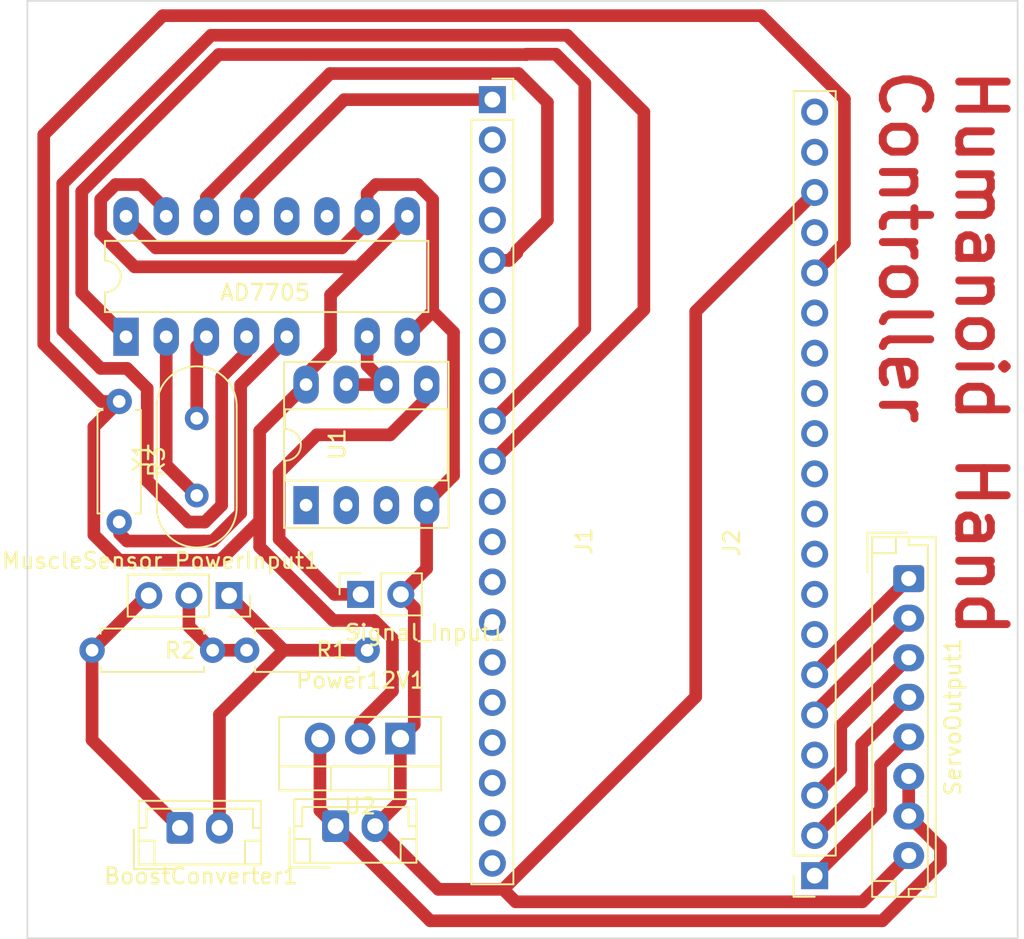
<source format=kicad_pcb>
(kicad_pcb (version 20221018) (generator pcbnew)
  (layers (0 "F.Cu" signal) (31 "B.Cu" signal) (34 "B.Paste" user) (35 "F.Paste" user) (36 "B.SilkS" user "B.Silkscreen") (37 "F.SilkS" user "F.Silkscreen") (38 "B.Mask" user) (39 "F.Mask" user) (44 "Edge.Cuts" user))
  (net 0 "")
  (net 1 "SCLK")
  (net 2 "Net-(AD7705-Pin_2)")
  (net 3 "Net-(AD7705-Pin_3)")
  (net 4 "CS")
  (net 5 "Net-(AD7705-Pin_5)")
  (net 6 "MuscleSensor_Signal_OpAmp")
  (net 7 "GND")
  (net 8 "+3.3V")
  (net 11 "MISO")
  (net 12 "MOSI")
  (net 13 "+24V")
  (net 14 "GNDA")
  (net 27 "Servo1")
  (net 28 "Servo2")
  (net 29 "Servo3")
  (net 30 "Servo4")
  (net 31 "Servo5")
  (net 44 "Net-(MuscleSensor_PowerInput1-Pin_2)")
  (net 45 "+12V")
  (net 46 "MuscleSensor_Signal")
  (footprint "Resistor_THT:R_Axial_DIN0207_L6.3mm_D2.5mm_P7.62mm_Horizontal" (layer "F.Cu") (at 108.3932 111.0742 180)
    (fp_text reference "R1" (at 2.2358 0) (layer "F.SilkS"))
    (fp_text value "10k")
    (fp_line (start 0.54 -1.37) (end 7.08 -1.37) (stroke (width 0.12)) (layer "F.SilkS"))
    (fp_line (start 0.54 -1.04) (end 0.54 -1.37) (stroke (width 0.12)) (layer "F.SilkS"))
    (fp_line (start 0.54 1.04) (end 0.54 1.37) (stroke (width 0.12)) (layer "F.SilkS"))
    (fp_line (start 0.54 1.37) (end 7.08 1.37) (stroke (width 0.12)) (layer "F.SilkS"))
    (fp_line (start 7.08 -1.37) (end 7.08 -1.04) (stroke (width 0.12)) (layer "F.SilkS"))
    (fp_line (start 7.08 1.37) (end 7.08 1.04) (stroke (width 0.12)) (layer "F.SilkS"))
    (pad "1" thru_hole circle (at 0 0 180) (size 1.6 1.6) (drill 0.8) (layers "*.Cu" "*.Mask") (net 14 "GNDA"))
    (pad "2" thru_hole oval (at 7.62 0 180) (size 1.6 1.6) (drill 0.8) (layers "*.Cu" "*.Mask") (net 44 "Net-(MuscleSensor_PowerInput1-Pin_2)"))
  )
  (footprint "Package_DIP:DIP-8_W7.62mm_Socket_LongPads" (layer "F.Cu") (at 104.5318 101.9048 90)
    (fp_text reference "U1" (at 3.8508 1.9712 90) (layer "F.SilkS"))
    (fp_text value "TL072")
    (fp_line (start -1.44 -1.39) (end -1.44 9.01) (stroke (width 0.12)) (layer "F.SilkS"))
    (fp_line (start -1.44 9.01) (end 9.06 9.01) (stroke (width 0.12)) (layer "F.SilkS"))
    (fp_line (start 1.56 -1.33) (end 1.56 8.95) (stroke (width 0.12)) (layer "F.SilkS"))
    (fp_line (start 1.56 8.95) (end 6.06 8.95) (stroke (width 0.12)) (layer "F.SilkS"))
    (fp_line (start 2.81 -1.33) (end 1.56 -1.33) (stroke (width 0.12)) (layer "F.SilkS"))
    (fp_line (start 6.06 -1.33) (end 4.81 -1.33) (stroke (width 0.12)) (layer "F.SilkS"))
    (fp_line (start 6.06 8.95) (end 6.06 -1.33) (stroke (width 0.12)) (layer "F.SilkS"))
    (fp_line (start 9.06 -1.39) (end -1.44 -1.39) (stroke (width 0.12)) (layer "F.SilkS"))
    (fp_line (start 9.06 9.01) (end 9.06 -1.39) (stroke (width 0.12)) (layer "F.SilkS"))
    (fp_arc (start 4.81 -1.33) (mid 3.81 -0.33) (end 2.81 -1.33) (stroke (width 0.12)) (layer "F.SilkS"))
    (pad "1" thru_hole rect (at 0 0 90) (size 2.4 1.6) (drill 0.8) (layers "*.Cu" "*.Mask"))
    (pad "2" thru_hole oval (at 0 2.54 90) (size 2.4 1.6) (drill 0.8) (layers "*.Cu" "*.Mask"))
    (pad "3" thru_hole oval (at 0 5.08 90) (size 2.4 1.6) (drill 0.8) (layers "*.Cu" "*.Mask"))
    (pad "4" thru_hole oval (at 0 7.62 90) (size 2.4 1.6) (drill 0.8) (layers "*.Cu" "*.Mask") (net 7 "GND"))
    (pad "5" thru_hole oval (at 7.62 7.62 90) (size 2.4 1.6) (drill 0.8) (layers "*.Cu" "*.Mask") (net 46 "MuscleSensor_Signal"))
    (pad "6" thru_hole oval (at 7.62 5.08 90) (size 2.4 1.6) (drill 0.8) (layers "*.Cu" "*.Mask") (net 6 "MuscleSensor_Signal_OpAmp"))
    (pad "7" thru_hole oval (at 7.62 2.54 90) (size 2.4 1.6) (drill 0.8) (layers "*.Cu" "*.Mask") (net 6 "MuscleSensor_Signal_OpAmp"))
    (pad "8" thru_hole oval (at 7.62 0 90) (size 2.4 1.6) (drill 0.8) (layers "*.Cu" "*.Mask") (net 8 "+3.3V"))
  )
  (footprint "Crystal:Crystal_HC49-4H_Vertical" (layer "F.Cu") (at 97.623 101.2952 90)
    (fp_text reference "Y1" (at 2.44 -3.525 90) (layer "F.SilkS"))
    (fp_text value "Crystal")
    (fp_line (start -0.76 -2.525) (end 5.64 -2.525) (stroke (width 0.12)) (layer "F.SilkS"))
    (fp_line (start -0.76 2.525) (end 5.64 2.525) (stroke (width 0.12)) (layer "F.SilkS"))
    (fp_arc (start -0.76 2.525) (mid -3.285 0) (end -0.76 -2.525) (stroke (width 0.12)) (layer "F.SilkS"))
    (fp_arc (start 5.64 -2.525) (mid 8.165 0) (end 5.64 2.525) (stroke (width 0.12)) (layer "F.SilkS"))
    (pad "1" thru_hole circle (at 0 0 90) (size 1.5 1.5) (drill 0.8) (layers "*.Cu" "*.Mask") (net 2 "Net-(AD7705-Pin_2)"))
    (pad "2" thru_hole circle (at 4.88 0 90) (size 1.5 1.5) (drill 0.8) (layers "*.Cu" "*.Mask") (net 3 "Net-(AD7705-Pin_3)"))
  )
  (footprint "Connector_PinSocket_2.54mm:PinSocket_1x03_P2.54mm_Vertical" (layer "F.Cu") (at 99.6696 107.6198 -90)
    (fp_text reference "MuscleSensor_PowerInput1" (at -2.2098 4.3326) (layer "F.SilkS"))
    (fp_text value "Conn_01x03")
    (fp_line (start -1.33 1.27) (end -1.33 6.41) (stroke (width 0.12)) (layer "F.SilkS"))
    (fp_line (start -1.33 1.27) (end 1.33 1.27) (stroke (width 0.12)) (layer "F.SilkS"))
    (fp_line (start -1.33 6.41) (end 1.33 6.41) (stroke (width 0.12)) (layer "F.SilkS"))
    (fp_line (start 0 -1.33) (end 1.33 -1.33) (stroke (width 0.12)) (layer "F.SilkS"))
    (fp_line (start 1.33 -1.33) (end 1.33 0) (stroke (width 0.12)) (layer "F.SilkS"))
    (fp_line (start 1.33 1.27) (end 1.33 6.41) (stroke (width 0.12)) (layer "F.SilkS"))
    (pad "1" thru_hole rect (at 0 0 270) (size 1.7 1.7) (drill 1) (layers "*.Cu" "*.Mask") (net 14 "GNDA"))
    (pad "2" thru_hole oval (at 0 2.54 270) (size 1.7 1.7) (drill 1) (layers "*.Cu" "*.Mask") (net 44 "Net-(MuscleSensor_PowerInput1-Pin_2)"))
    (pad "3" thru_hole oval (at 0 5.08 270) (size 1.7 1.7) (drill 1) (layers "*.Cu" "*.Mask") (net 13 "+24V"))
  )
  (footprint "Connector_PinSocket_2.54mm:PinSocket_1x20_P2.54mm_Vertical" (layer "F.Cu") (at 116.3066 76.2762)
    (fp_text reference "J1" (at 5.7912 27.9146 90) (layer "F.SilkS"))
    (fp_text value "Conn_01x20")
    (fp_line (start -1.33 1.27) (end -1.33 49.59) (stroke (width 0.12)) (layer "F.SilkS"))
    (fp_line (start -1.33 1.27) (end 1.33 1.27) (stroke (width 0.12)) (layer "F.SilkS"))
    (fp_line (start -1.33 49.59) (end 1.33 49.59) (stroke (width 0.12)) (layer "F.SilkS"))
    (fp_line (start 0 -1.33) (end 1.33 -1.33) (stroke (width 0.12)) (layer "F.SilkS"))
    (fp_line (start 1.33 -1.33) (end 1.33 0) (stroke (width 0.12)) (layer "F.SilkS"))
    (fp_line (start 1.33 1.27) (end 1.33 49.59) (stroke (width 0.12)) (layer "F.SilkS"))
    (pad "1" thru_hole rect (at 0 0) (size 1.7 1.7) (drill 1) (layers "*.Cu" "*.Mask") (net 11 "MISO"))
    (pad "2" thru_hole oval (at 0 2.54) (size 1.7 1.7) (drill 1) (layers "*.Cu" "*.Mask"))
    (pad "3" thru_hole oval (at 0 5.08) (size 1.7 1.7) (drill 1) (layers "*.Cu" "*.Mask"))
    (pad "4" thru_hole oval (at 0 7.62) (size 1.7 1.7) (drill 1) (layers "*.Cu" "*.Mask"))
    (pad "5" thru_hole oval (at 0 10.16) (size 1.7 1.7) (drill 1) (layers "*.Cu" "*.Mask") (net 12 "MOSI"))
    (pad "6" thru_hole oval (at 0 12.7) (size 1.7 1.7) (drill 1) (layers "*.Cu" "*.Mask"))
    (pad "7" thru_hole oval (at 0 15.24) (size 1.7 1.7) (drill 1) (layers "*.Cu" "*.Mask"))
    (pad "8" thru_hole oval (at 0 17.78) (size 1.7 1.7) (drill 1) (layers "*.Cu" "*.Mask"))
    (pad "9" thru_hole oval (at 0 20.32) (size 1.7 1.7) (drill 1) (layers "*.Cu" "*.Mask") (net 1 "SCLK"))
    (pad "10" thru_hole oval (at 0 22.86) (size 1.7 1.7) (drill 1) (layers "*.Cu" "*.Mask") (net 4 "CS"))
    (pad "11" thru_hole oval (at 0 25.4) (size 1.7 1.7) (drill 1) (layers "*.Cu" "*.Mask"))
    (pad "12" thru_hole oval (at 0 27.94) (size 1.7 1.7) (drill 1) (layers "*.Cu" "*.Mask"))
    (pad "13" thru_hole oval (at 0 30.48) (size 1.7 1.7) (drill 1) (layers "*.Cu" "*.Mask"))
    (pad "14" thru_hole oval (at 0 33.02) (size 1.7 1.7) (drill 1) (layers "*.Cu" "*.Mask"))
    (pad "15" thru_hole oval (at 0 35.56) (size 1.7 1.7) (drill 1) (layers "*.Cu" "*.Mask"))
    (pad "16" thru_hole oval (at 0 38.1) (size 1.7 1.7) (drill 1) (layers "*.Cu" "*.Mask"))
    (pad "17" thru_hole oval (at 0 40.64) (size 1.7 1.7) (drill 1) (layers "*.Cu" "*.Mask"))
    (pad "18" thru_hole oval (at 0 43.18) (size 1.7 1.7) (drill 1) (layers "*.Cu" "*.Mask"))
    (pad "19" thru_hole oval (at 0 45.72) (size 1.7 1.7) (drill 1) (layers "*.Cu" "*.Mask"))
    (pad "20" thru_hole oval (at 0 48.26) (size 1.7 1.7) (drill 1) (layers "*.Cu" "*.Mask"))
  )
  (footprint "Connector_PinSocket_2.54mm:PinSocket_1x02_P2.54mm_Vertical" (layer "F.Cu") (at 107.9808 107.544 90)
    (fp_text reference "Signal_Input1" (at -2.413 4.0748) (layer "F.SilkS"))
    (fp_text value "Conn_01x02")
    (fp_line (start -1.33 1.27) (end -1.33 3.87) (stroke (width 0.12)) (layer "F.SilkS"))
    (fp_line (start -1.33 1.27) (end 1.33 1.27) (stroke (width 0.12)) (layer "F.SilkS"))
    (fp_line (start -1.33 3.87) (end 1.33 3.87) (stroke (width 0.12)) (layer "F.SilkS"))
    (fp_line (start 0 -1.33) (end 1.33 -1.33) (stroke (width 0.12)) (layer "F.SilkS"))
    (fp_line (start 1.33 -1.33) (end 1.33 0) (stroke (width 0.12)) (layer "F.SilkS"))
    (fp_line (start 1.33 1.27) (end 1.33 3.87) (stroke (width 0.12)) (layer "F.SilkS"))
    (pad "1" thru_hole rect (at 0 0 90) (size 1.7 1.7) (drill 1) (layers "*.Cu" "*.Mask") (net 46 "MuscleSensor_Signal"))
    (pad "2" thru_hole oval (at 0 2.54 90) (size 1.7 1.7) (drill 1) (layers "*.Cu" "*.Mask") (net 7 "GND"))
  )
  (footprint "Package_DIP:DIP-16_W7.62mm_LongPads" (layer "F.Cu") (at 93.1526 91.2622 90)
    (fp_text reference "AD7705" (at 2.794 8.7884) (layer "F.SilkS"))
    (fp_text value "Conn_02x08_Counter_Clockwise")
    (fp_line (start 1.56 -1.33) (end 1.56 19.11) (stroke (width 0.12)) (layer "F.SilkS"))
    (fp_line (start 1.56 19.11) (end 6.06 19.11) (stroke (width 0.12)) (layer "F.SilkS"))
    (fp_line (start 2.81 -1.33) (end 1.56 -1.33) (stroke (width 0.12)) (layer "F.SilkS"))
    (fp_line (start 6.06 -1.33) (end 4.81 -1.33) (stroke (width 0.12)) (layer "F.SilkS"))
    (fp_line (start 6.06 19.11) (end 6.06 -1.33) (stroke (width 0.12)) (layer "F.SilkS"))
    (fp_arc (start 4.81 -1.33) (mid 3.81 -0.33) (end 2.81 -1.33) (stroke (width 0.12)) (layer "F.SilkS"))
    (pad "1" thru_hole rect (at 0 0 90) (size 2.4 1.6) (drill 0.8) (layers "*.Cu" "*.Mask") (net 1 "SCLK"))
    (pad "2" thru_hole oval (at 0 2.54 90) (size 2.4 1.6) (drill 0.8) (layers "*.Cu" "*.Mask") (net 2 "Net-(AD7705-Pin_2)"))
    (pad "3" thru_hole oval (at 0 5.08 90) (size 2.4 1.6) (drill 0.8) (layers "*.Cu" "*.Mask") (net 3 "Net-(AD7705-Pin_3)"))
    (pad "4" thru_hole oval (at 0 7.62 90) (size 2.4 1.6) (drill 0.8) (layers "*.Cu" "*.Mask") (net 4 "CS"))
    (pad "5" thru_hole oval (at 0 10.16 90) (size 2.4 1.6) (drill 0.8) (layers "*.Cu" "*.Mask") (net 5 "Net-(AD7705-Pin_5)"))
    (pad "7" thru_hole oval (at 0 15.24 90) (size 2.4 1.6) (drill 0.8) (layers "*.Cu" "*.Mask") (net 6 "MuscleSensor_Signal_OpAmp"))
    (pad "8" thru_hole oval (at 0 17.78 90) (size 2.4 1.6) (drill 0.8) (layers "*.Cu" "*.Mask") (net 7 "GND"))
    (pad "9" thru_hole oval (at 7.62 17.78 90) (size 2.4 1.6) (drill 0.8) (layers "*.Cu" "*.Mask") (net 8 "+3.3V"))
    (pad "10" thru_hole oval (at 7.62 15.24 90) (size 2.4 1.6) (drill 0.8) (layers "*.Cu" "*.Mask") (net 7 "GND"))
    (pad "11" thru_hole oval (at 7.62 12.7 90) (size 2.4 1.6) (drill 0.8) (layers "*.Cu" "*.Mask"))
    (pad "12" thru_hole oval (at 7.62 10.16 90) (size 2.4 1.6) (drill 0.8) (layers "*.Cu" "*.Mask"))
    (pad "13" thru_hole oval (at 7.62 7.62 90) (size 2.4 1.6) (drill 0.8) (layers "*.Cu" "*.Mask") (net 11 "MISO"))
    (pad "14" thru_hole oval (at 7.62 5.08 90) (size 2.4 1.6) (drill 0.8) (layers "*.Cu" "*.Mask") (net 12 "MOSI"))
    (pad "15" thru_hole oval (at 7.62 2.54 90) (size 2.4 1.6) (drill 0.8) (layers "*.Cu" "*.Mask") (net 8 "+3.3V"))
    (pad "16" thru_hole oval (at 7.62 0 90) (size 2.4 1.6) (drill 0.8) (layers "*.Cu" "*.Mask") (net 7 "GND"))
  )
  (footprint "Connector_JST:JST_EH_B2B-EH-A_1x02_P2.50mm_Vertical" (layer "F.Cu") (at 96.56 122.301)
    (fp_text reference "BoostConverter1" (at 1.3316 3.048) (layer "F.SilkS"))
    (fp_text value "Conn_01x02")
    (fp_line (start -2.91 0.11) (end -2.91 2.61) (stroke (width 0.12)) (layer "F.SilkS"))
    (fp_line (start -2.91 2.61) (end -0.41 2.61) (stroke (width 0.12)) (layer "F.SilkS"))
    (fp_line (start -2.61 -1.71) (end -2.61 2.31) (stroke (width 0.12)) (layer "F.SilkS"))
    (fp_line (start -2.61 0) (end -2.11 0) (stroke (width 0.12)) (layer "F.SilkS"))
    (fp_line (start -2.61 0.81) (end -1.61 0.81) (stroke (width 0.12)) (layer "F.SilkS"))
    (fp_line (start -2.61 2.31) (end 5.11 2.31) (stroke (width 0.12)) (layer "F.SilkS"))
    (fp_line (start -2.11 -1.21) (end 4.61 -1.21) (stroke (width 0.12)) (layer "F.SilkS"))
    (fp_line (start -2.11 0) (end -2.11 -1.21) (stroke (width 0.12)) (layer "F.SilkS"))
    (fp_line (start -1.61 0.81) (end -1.61 2.31) (stroke (width 0.12)) (layer "F.SilkS"))
    (fp_line (start 4.11 0.81) (end 4.11 2.31) (stroke (width 0.12)) (layer "F.SilkS"))
    (fp_line (start 4.61 -1.21) (end 4.61 0) (stroke (width 0.12)) (layer "F.SilkS"))
    (fp_line (start 4.61 0) (end 5.11 0) (stroke (width 0.12)) (layer "F.SilkS"))
    (fp_line (start 5.11 -1.71) (end -2.61 -1.71) (stroke (width 0.12)) (layer "F.SilkS"))
    (fp_line (start 5.11 0.81) (end 4.11 0.81) (stroke (width 0.12)) (layer "F.SilkS"))
    (fp_line (start 5.11 2.31) (end 5.11 -1.71) (stroke (width 0.12)) (layer "F.SilkS"))
    (pad "1" thru_hole roundrect (at 0 0) (size 1.7 2) (drill 1) (layers "*.Cu" "*.Mask") (roundrect_rratio 0.147059) (net 13 "+24V"))
    (pad "2" thru_hole oval (at 2.5 0) (size 1.7 2) (drill 1) (layers "*.Cu" "*.Mask") (net 14 "GNDA"))
  )
  (footprint "Connector_PinSocket_2.54mm:PinSocket_1x20_P2.54mm_Vertical" (layer "F.Cu") (at 136.6774 125.3236 180)
    (fp_text reference "J2" (at 5.2324 21.0312 90) (layer "F.SilkS"))
    (fp_text value "Conn_01x20")
    (fp_line (start -1.33 1.27) (end -1.33 49.59) (stroke (width 0.12)) (layer "F.SilkS"))
    (fp_line (start -1.33 1.27) (end 1.33 1.27) (stroke (width 0.12)) (layer "F.SilkS"))
    (fp_line (start -1.33 49.59) (end 1.33 49.59) (stroke (width 0.12)) (layer "F.SilkS"))
    (fp_line (start 0 -1.33) (end 1.33 -1.33) (stroke (width 0.12)) (layer "F.SilkS"))
    (fp_line (start 1.33 -1.33) (end 1.33 0) (stroke (width 0.12)) (layer "F.SilkS"))
    (fp_line (start 1.33 1.27) (end 1.33 49.59) (stroke (width 0.12)) (layer "F.SilkS"))
    (pad "1" thru_hole rect (at 0 0 180) (size 1.7 1.7) (drill 1) (layers "*.Cu" "*.Mask") (net 31 "Servo5"))
    (pad "2" thru_hole oval (at 0 2.54 180) (size 1.7 1.7) (drill 1) (layers "*.Cu" "*.Mask") (net 30 "Servo4"))
    (pad "3" thru_hole oval (at 0 5.08 180) (size 1.7 1.7) (drill 1) (layers "*.Cu" "*.Mask") (net 29 "Servo3"))
    (pad "4" thru_hole oval (at 0 7.62 180) (size 1.7 1.7) (drill 1) (layers "*.Cu" "*.Mask"))
    (pad "5" thru_hole oval (at 0 10.16 180) (size 1.7 1.7) (drill 1) (layers "*.Cu" "*.Mask") (net 28 "Servo2"))
    (pad "6" thru_hole oval (at 0 12.7 180) (size 1.7 1.7) (drill 1) (layers "*.Cu" "*.Mask") (net 27 "Servo1"))
    (pad "7" thru_hole oval (at 0 15.24 180) (size 1.7 1.7) (drill 1) (layers "*.Cu" "*.Mask"))
    (pad "8" thru_hole oval (at 0 17.78 180) (size 1.7 1.7) (drill 1) (layers "*.Cu" "*.Mask"))
    (pad "9" thru_hole oval (at 0 20.32 180) (size 1.7 1.7) (drill 1) (layers "*.Cu" "*.Mask"))
    (pad "10" thru_hole oval (at 0 22.86 180) (size 1.7 1.7) (drill 1) (layers "*.Cu" "*.Mask"))
    (pad "11" thru_hole oval (at 0 25.4 180) (size 1.7 1.7) (drill 1) (layers "*.Cu" "*.Mask"))
    (pad "12" thru_hole oval (at 0 27.94 180) (size 1.7 1.7) (drill 1) (layers "*.Cu" "*.Mask"))
    (pad "13" thru_hole oval (at 0 30.48 180) (size 1.7 1.7) (drill 1) (layers "*.Cu" "*.Mask"))
    (pad "14" thru_hole oval (at 0 33.02 180) (size 1.7 1.7) (drill 1) (layers "*.Cu" "*.Mask"))
    (pad "15" thru_hole oval (at 0 35.56 180) (size 1.7 1.7) (drill 1) (layers "*.Cu" "*.Mask"))
    (pad "16" thru_hole oval (at 0 38.1 180) (size 1.7 1.7) (drill 1) (layers "*.Cu" "*.Mask") (net 8 "+3.3V"))
    (pad "17" thru_hole oval (at 0 40.64 180) (size 1.7 1.7) (drill 1) (layers "*.Cu" "*.Mask"))
    (pad "18" thru_hole oval (at 0 43.18 180) (size 1.7 1.7) (drill 1) (layers "*.Cu" "*.Mask") (net 7 "GND"))
    (pad "19" thru_hole oval (at 0 45.72 180) (size 1.7 1.7) (drill 1) (layers "*.Cu" "*.Mask"))
    (pad "20" thru_hole oval (at 0 48.26 180) (size 1.7 1.7) (drill 1) (layers "*.Cu" "*.Mask"))
  )
  (footprint "Connector_JST:JST_EH_B8B-EH-A_1x08_P2.50mm_Vertical" (layer "F.Cu") (at 142.621 106.5498 -90)
    (fp_text reference "ServoOutput1" (at 8.75 -2.8 90) (layer "F.SilkS"))
    (fp_text value "Conn_01x08")
    (fp_line (start -2.91 0.11) (end -2.91 2.61) (stroke (width 0.12)) (layer "F.SilkS"))
    (fp_line (start -2.91 2.61) (end -0.41 2.61) (stroke (width 0.12)) (layer "F.SilkS"))
    (fp_line (start -2.61 -1.71) (end -2.61 2.31) (stroke (width 0.12)) (layer "F.SilkS"))
    (fp_line (start -2.61 0) (end -2.11 0) (stroke (width 0.12)) (layer "F.SilkS"))
    (fp_line (start -2.61 0.81) (end -1.61 0.81) (stroke (width 0.12)) (layer "F.SilkS"))
    (fp_line (start -2.61 2.31) (end 20.11 2.31) (stroke (width 0.12)) (layer "F.SilkS"))
    (fp_line (start -2.11 -1.21) (end 19.61 -1.21) (stroke (width 0.12)) (layer "F.SilkS"))
    (fp_line (start -2.11 0) (end -2.11 -1.21) (stroke (width 0.12)) (layer "F.SilkS"))
    (fp_line (start -1.61 0.81) (end -1.61 2.31) (stroke (width 0.12)) (layer "F.SilkS"))
    (fp_line (start 19.11 0.81) (end 19.11 2.31) (stroke (width 0.12)) (layer "F.SilkS"))
    (fp_line (start 19.61 -1.21) (end 19.61 0) (stroke (width 0.12)) (layer "F.SilkS"))
    (fp_line (start 19.61 0) (end 20.11 0) (stroke (width 0.12)) (layer "F.SilkS"))
    (fp_line (start 20.11 -1.71) (end -2.61 -1.71) (stroke (width 0.12)) (layer "F.SilkS"))
    (fp_line (start 20.11 0.81) (end 19.11 0.81) (stroke (width 0.12)) (layer "F.SilkS"))
    (fp_line (start 20.11 2.31) (end 20.11 -1.71) (stroke (width 0.12)) (layer "F.SilkS"))
    (pad "1" thru_hole roundrect (at 0 0 270) (size 1.7 1.95) (drill 0.95) (layers "*.Cu" "*.Mask") (roundrect_rratio 0.147059) (net 27 "Servo1"))
    (pad "2" thru_hole oval (at 2.5 0 270) (size 1.7 1.95) (drill 0.95) (layers "*.Cu" "*.Mask") (net 28 "Servo2"))
    (pad "3" thru_hole oval (at 5 0 270) (size 1.7 1.95) (drill 0.95) (layers "*.Cu" "*.Mask") (net 29 "Servo3"))
    (pad "4" thru_hole oval (at 7.5 0 270) (size 1.7 1.95) (drill 0.95) (layers "*.Cu" "*.Mask") (net 30 "Servo4"))
    (pad "5" thru_hole oval (at 10 0 270) (size 1.7 1.95) (drill 0.95) (layers "*.Cu" "*.Mask") (net 31 "Servo5"))
    (pad "6" thru_hole oval (at 12.5 0 270) (size 1.7 1.95) (drill 0.95) (layers "*.Cu" "*.Mask") (net 45 "+12V"))
    (pad "7" thru_hole oval (at 15 0 270) (size 1.7 1.95) (drill 0.95) (layers "*.Cu" "*.Mask") (net 45 "+12V"))
    (pad "8" thru_hole oval (at 17.5 0 270) (size 1.7 1.95) (drill 0.95) (layers "*.Cu" "*.Mask") (net 7 "GND"))
  )
  (footprint "Resistor_THT:R_Axial_DIN0207_L6.3mm_D2.5mm_P7.62mm_Horizontal" (layer "F.Cu") (at 92.7208 95.3516 -90)
    (fp_text reference "R3" (at 3.81 -2.37 90) (layer "F.SilkS"))
    (fp_text value "10k")
    (fp_line (start 0.54 -1.37) (end 7.08 -1.37) (stroke (width 0.12)) (layer "F.SilkS"))
    (fp_line (start 0.54 -1.04) (end 0.54 -1.37) (stroke (width 0.12)) (layer "F.SilkS"))
    (fp_line (start 0.54 1.04) (end 0.54 1.37) (stroke (width 0.12)) (layer "F.SilkS"))
    (fp_line (start 0.54 1.37) (end 7.08 1.37) (stroke (width 0.12)) (layer "F.SilkS"))
    (fp_line (start 7.08 -1.37) (end 7.08 -1.04) (stroke (width 0.12)) (layer "F.SilkS"))
    (fp_line (start 7.08 1.37) (end 7.08 1.04) (stroke (width 0.12)) (layer "F.SilkS"))
    (pad "1" thru_hole circle (at 0 0 270) (size 1.6 1.6) (drill 0.8) (layers "*.Cu" "*.Mask") (net 8 "+3.3V"))
    (pad "2" thru_hole oval (at 7.62 0 270) (size 1.6 1.6) (drill 0.8) (layers "*.Cu" "*.Mask") (net 5 "Net-(AD7705-Pin_5)"))
  )
  (footprint "Package_TO_SOT_THT:TO-220-3_Vertical" (layer "F.Cu") (at 110.49 116.657 180)
    (fp_text reference "U2" (at 2.54 -4.27) (layer "F.SilkS"))
    (fp_text value "AMS1117-3.3")
    (fp_line (start -2.58 -3.27) (end -2.58 1.371) (stroke (width 0.12)) (layer "F.SilkS"))
    (fp_line (start -2.58 -3.27) (end 7.66 -3.27) (stroke (width 0.12)) (layer "F.SilkS"))
    (fp_line (start -2.58 -1.76) (end 7.66 -1.76) (stroke (width 0.12)) (layer "F.SilkS"))
    (fp_line (start -2.58 1.371) (end 7.66 1.371) (stroke (width 0.12)) (layer "F.SilkS"))
    (fp_line (start 0.69 -3.27) (end 0.69 -1.76) (stroke (width 0.12)) (layer "F.SilkS"))
    (fp_line (start 4.391 -3.27) (end 4.391 -1.76) (stroke (width 0.12)) (layer "F.SilkS"))
    (fp_line (start 7.66 -3.27) (end 7.66 1.371) (stroke (width 0.12)) (layer "F.SilkS"))
    (pad "1" thru_hole rect (at 0 0 180) (size 1.905 2) (drill 1.1) (layers "*.Cu" "*.Mask") (net 7 "GND"))
    (pad "2" thru_hole oval (at 2.54 0 180) (size 1.905 2) (drill 1.1) (layers "*.Cu" "*.Mask") (net 8 "+3.3V"))
    (pad "3" thru_hole oval (at 5.08 0 180) (size 1.905 2) (drill 1.1) (layers "*.Cu" "*.Mask") (net 45 "+12V"))
  )
  (footprint "Resistor_THT:R_Axial_DIN0207_L6.3mm_D2.5mm_P7.62mm_Horizontal" (layer "F.Cu") (at 98.6282 111.0742 180)
    (fp_text reference "R2" (at 2.0466 -0.0254) (layer "F.SilkS"))
    (fp_text value "10k")
    (fp_line (start 0.54 -1.37) (end 7.08 -1.37) (stroke (width 0.12)) (layer "F.SilkS"))
    (fp_line (start 0.54 -1.04) (end 0.54 -1.37) (stroke (width 0.12)) (layer "F.SilkS"))
    (fp_line (start 0.54 1.04) (end 0.54 1.37) (stroke (width 0.12)) (layer "F.SilkS"))
    (fp_line (start 0.54 1.37) (end 7.08 1.37) (stroke (width 0.12)) (layer "F.SilkS"))
    (fp_line (start 7.08 -1.37) (end 7.08 -1.04) (stroke (width 0.12)) (layer "F.SilkS"))
    (fp_line (start 7.08 1.37) (end 7.08 1.04) (stroke (width 0.12)) (layer "F.SilkS"))
    (pad "1" thru_hole circle (at 0 0 180) (size 1.6 1.6) (drill 0.8) (layers "*.Cu" "*.Mask") (net 44 "Net-(MuscleSensor_PowerInput1-Pin_2)"))
    (pad "2" thru_hole oval (at 7.62 0 180) (size 1.6 1.6) (drill 0.8) (layers "*.Cu" "*.Mask") (net 13 "+24V"))
  )
  (footprint "Connector_JST:JST_EH_B2B-EH-A_1x02_P2.50mm_Vertical" (layer "F.Cu") (at 106.4006 122.1942)
    (fp_text reference "Power12V1" (at 1.5748 -9.2132) (layer "F.SilkS"))
    (fp_text value "Conn_01x02")
    (fp_line (start -2.91 0.11) (end -2.91 2.61) (stroke (width 0.12)) (layer "F.SilkS"))
    (fp_line (start -2.91 2.61) (end -0.41 2.61) (stroke (width 0.12)) (layer "F.SilkS"))
    (fp_line (start -2.61 -1.71) (end -2.61 2.31) (stroke (width 0.12)) (layer "F.SilkS"))
    (fp_line (start -2.61 0) (end -2.11 0) (stroke (width 0.12)) (layer "F.SilkS"))
    (fp_line (start -2.61 0.81) (end -1.61 0.81) (stroke (width 0.12)) (layer "F.SilkS"))
    (fp_line (start -2.61 2.31) (end 5.11 2.31) (stroke (width 0.12)) (layer "F.SilkS"))
    (fp_line (start -2.11 -1.21) (end 4.61 -1.21) (stroke (width 0.12)) (layer "F.SilkS"))
    (fp_line (start -2.11 0) (end -2.11 -1.21) (stroke (width 0.12)) (layer "F.SilkS"))
    (fp_line (start -1.61 0.81) (end -1.61 2.31) (stroke (width 0.12)) (layer "F.SilkS"))
    (fp_line (start 4.11 0.81) (end 4.11 2.31) (stroke (width 0.12)) (layer "F.SilkS"))
    (fp_line (start 4.61 -1.21) (end 4.61 0) (stroke (width 0.12)) (layer "F.SilkS"))
    (fp_line (start 4.61 0) (end 5.11 0) (stroke (width 0.12)) (layer "F.SilkS"))
    (fp_line (start 5.11 -1.71) (end -2.61 -1.71) (stroke (width 0.12)) (layer "F.SilkS"))
    (fp_line (start 5.11 0.81) (end 4.11 0.81) (stroke (width 0.12)) (layer "F.SilkS"))
    (fp_line (start 5.11 2.31) (end 5.11 -1.71) (stroke (width 0.12)) (layer "F.SilkS"))
    (pad "1" thru_hole roundrect (at 0 0) (size 1.7 2) (drill 1) (layers "*.Cu" "*.Mask") (roundrect_rratio 0.147059) (net 45 "+12V"))
    (pad "2" thru_hole oval (at 2.5 0) (size 1.7 2) (drill 1) (layers "*.Cu" "*.Mask") (net 7 "GND"))
  )
  (gr_rect (start 86.9188 70.0278) (end 149.5044 129.286) (stroke (width 0.1)) (fill none) (layer "Edge.Cuts"))
  (gr_text "Humanoid Hand \nController" (at 140.589 74.0918 270) (layer "F.Cu") (effects (font (size 3 3) (thickness 0.5) bold) (justify left bottom)))
  (segment (start 120.3198 73.406) (end 122.1486 75.2348) (width 0.8) (layer "F.Cu") (net 1))
  (segment (start 90.3526 88.4622) (end 90.3526 82.082402) (width 0.8) (layer "F.Cu") (net 1))
  (segment (start 93.1526 91.2622) (end 90.3526 88.4622) (width 0.8) (layer "F.Cu") (net 1))
  (segment (start 99.008802 73.4262) (end 118.453656 73.4262) (width 0.8) (layer "F.Cu") (net 1))
  (segment (start 118.453656 73.4262) (end 118.473856 73.406) (width 0.8) (layer "F.Cu") (net 1))
  (segment (start 90.3526 82.082402) (end 99.008802 73.4262) (width 0.8) (layer "F.Cu") (net 1))
  (segment (start 118.473856 73.406) (end 120.3198 73.406) (width 0.8) (layer "F.Cu") (net 1))
  (segment (start 122.1486 75.2348) (end 122.1486 90.7542) (width 0.8) (layer "F.Cu") (net 1))
  (segment (start 122.1486 90.7542) (end 116.3066 96.5962) (width 0.8) (layer "F.Cu") (net 1))
  (segment (start 95.6926 91.2622) (end 95.6926 99.3648) (width 0.8) (layer "F.Cu") (net 2))
  (segment (start 95.6926 99.3648) (end 97.623 101.2952) (width 0.8) (layer "F.Cu") (net 2))
  (segment (start 97.623 96.4152) (end 97.623 91.8718) (width 0.8) (layer "F.Cu") (net 3))
  (segment (start 97.623 91.8718) (end 98.2326 91.2622) (width 0.8) (layer "F.Cu") (net 3))
  (segment (start 98.531946 72.206) (end 121.0248 72.206) (width 0.8) (layer "F.Cu") (net 4))
  (segment (start 93.2222 93.2622) (end 91.5526 93.2622) (width 0.8) (layer "F.Cu") (net 4))
  (segment (start 99.1984 101.911832) (end 98.138632 102.9716) (width 0.8) (layer "F.Cu") (net 4))
  (segment (start 125.8824 77.0636) (end 125.8824 89.5604) (width 0.8) (layer "F.Cu") (net 4))
  (segment (start 97.0896 102.9716) (end 94.4926 100.3746) (width 0.8) (layer "F.Cu") (net 4))
  (segment (start 100.7726 91.2622) (end 100.7726 90.8622) (width 0.8) (layer "F.Cu") (net 4))
  (segment (start 89.1526 81.585346) (end 98.531946 72.206) (width 0.8) (layer "F.Cu") (net 4))
  (segment (start 125.8824 89.5604) (end 116.3066 99.1362) (width 0.8) (layer "F.Cu") (net 4))
  (segment (start 91.5526 93.2622) (end 89.1526 90.8622) (width 0.8) (layer "F.Cu") (net 4))
  (segment (start 98.138632 102.9716) (end 97.0896 102.9716) (width 0.8) (layer "F.Cu") (net 4))
  (segment (start 100.7726 92.227886) (end 99.1984 93.802086) (width 0.8) (layer "F.Cu") (net 4))
  (segment (start 94.4926 94.5326) (end 93.2222 93.2622) (width 0.8) (layer "F.Cu") (net 4))
  (segment (start 99.1984 93.802086) (end 99.1984 101.911832) (width 0.8) (layer "F.Cu") (net 4))
  (segment (start 89.1526 90.8622) (end 89.1526 81.585346) (width 0.8) (layer "F.Cu") (net 4))
  (segment (start 100.7726 91.2622) (end 100.7726 92.227886) (width 0.8) (layer "F.Cu") (net 4))
  (segment (start 121.0248 72.206) (end 125.8824 77.0636) (width 0.8) (layer "F.Cu") (net 4))
  (segment (start 94.4926 100.3746) (end 94.4926 94.5326) (width 0.8) (layer "F.Cu") (net 4))
  (segment (start 103.3126 91.2622) (end 103.3126 91.384942) (width 0.8) (layer "F.Cu") (net 5))
  (segment (start 100.3984 94.299142) (end 100.3984 102.408888) (width 0.8) (layer "F.Cu") (net 5))
  (segment (start 103.3126 91.384942) (end 100.3984 94.299142) (width 0.8) (layer "F.Cu") (net 5))
  (segment (start 100.3984 102.408888) (end 98.635688 104.1716) (width 0.8) (layer "F.Cu") (net 5))
  (segment (start 93.2096 104.1716) (end 92.7462 103.7082) (width 0.8) (layer "F.Cu") (net 5))
  (segment (start 98.635688 104.1716) (end 93.2096 104.1716) (width 0.8) (layer "F.Cu") (net 5))
  (segment (start 108.3926 93.0656) (end 108.3926 91.2622) (width 0.8) (layer "F.Cu") (net 6))
  (segment (start 109.6118 94.2848) (end 108.3926 93.0656) (width 0.8) (layer "F.Cu") (net 6))
  (segment (start 108.3518 91.303) (end 108.3926 91.2622) (width 0.8) (layer "F.Cu") (net 6))
  (segment (start 107.0718 94.2848) (end 109.6118 94.2848) (width 0.8) (layer "F.Cu") (net 6))
  (segment (start 110.49 107.5748) (end 110.5208 107.544) (width 0.8) (layer "F.Cu") (net 7))
  (segment (start 110.9326 91.2622) (end 112.5326 89.6622) (width 0.8) (layer "F.Cu") (net 7))
  (segment (start 108.3926 83.6422) (end 108.3926 84.0422) (width 0.8) (layer "F.Cu") (net 7))
  (segment (start 95.029858 85.6422) (end 93.1526 83.764942) (width 0.8) (layer "F.Cu") (net 7))
  (segment (start 112.5326 89.6622) (end 112.5326 82.579458) (width 0.8) (layer "F.Cu") (net 7))
  (segment (start 116.990053 126.1862) (end 117.777453 126.9736) (width 0.8) (layer "F.Cu") (net 7))
  (segment (start 108.9448 81.6422) (end 108.3926 82.1944) (width 0.8) (layer "F.Cu") (net 7))
  (segment (start 110.5208 107.544) (end 111.3708 108.394) (width 0.8) (layer "F.Cu") (net 7))
  (segment (start 106.7926 85.6422) (end 95.029858 85.6422) (width 0.8) (layer "F.Cu") (net 7))
  (segment (start 111.595342 81.6422) (end 108.9448 81.6422) (width 0.8) (layer "F.Cu") (net 7))
  (segment (start 113.8534 100.0347) (end 112.0087 101.8794) (width 0.8) (layer "F.Cu") (net 7))
  (segment (start 108.3926 84.0422) (end 106.7926 85.6422) (width 0.8) (layer "F.Cu") (net 7))
  (segment (start 108.9006 122.1942) (end 112.8926 126.1862) (width 0.8) (layer "F.Cu") (net 7))
  (segment (start 112.5326 89.6622) (end 113.8534 90.983) (width 0.8) (layer "F.Cu") (net 7))
  (segment (start 93.1526 83.764942) (end 93.1526 83.6422) (width 0.8) (layer "F.Cu") (net 7))
  (segment (start 139.6972 126.9736) (end 142.621 124.0498) (width 0.8) (layer "F.Cu") (net 7))
  (segment (start 110.49 116.657) (end 110.49 120.6048) (width 0.8) (layer "F.Cu") (net 7))
  (segment (start 129.159 114.017253) (end 129.159 89.662) (width 0.8) (layer "F.Cu") (net 7))
  (segment (start 117.777453 126.9736) (end 139.6972 126.9736) (width 0.8) (layer "F.Cu") (net 7))
  (segment (start 111.3708 108.394) (end 111.3708 115.7762) (width 0.8) (layer "F.Cu") (net 7))
  (segment (start 112.8926 126.1862) (end 116.990053 126.1862) (width 0.8) (layer "F.Cu") (net 7))
  (segment (start 112.5326 82.579458) (end 111.595342 81.6422) (width 0.8) (layer "F.Cu") (net 7))
  (segment (start 129.159 89.662) (end 136.6774 82.1436) (width 0.8) (layer "F.Cu") (net 7))
  (segment (start 113.8534 90.983) (end 113.8534 99.7966) (width 0.8) (layer "F.Cu") (net 7))
  (segment (start 116.990053 126.1862) (end 129.159 114.017253) (width 0.8) (layer "F.Cu") (net 7))
  (segment (start 112.1518 101.9048) (end 112.1518 105.913) (width 0.8) (layer "F.Cu") (net 7))
  (segment (start 110.49 120.6048) (end 108.9006 122.1942) (width 0.8) (layer "F.Cu") (net 7))
  (segment (start 112.1518 105.913) (end 110.5208 107.544) (width 0.8) (layer "F.Cu") (net 7))
  (segment (start 113.8534 99.7966) (end 113.8534 100.0347) (width 0.8) (layer "F.Cu") (net 7))
  (segment (start 111.3708 115.7762) (end 110.49 116.657) (width 0.8) (layer "F.Cu") (net 7))
  (segment (start 108.3926 82.1944) (end 108.3926 83.6422) (width 0.8) (layer "F.Cu") (net 7))
  (segment (start 107.95 115.6971) (end 109.9932 113.6539) (width 0.8) (layer "F.Cu") (net 8))
  (segment (start 91.5526 84.704942) (end 93.689858 86.8422) (width 0.8) (layer "F.Cu") (net 8))
  (segment (start 109.9932 113.6539) (end 109.9932 110.3488) (width 0.8) (layer "F.Cu") (net 8))
  (segment (start 87.9526 78.4936) (end 95.4786 70.9676) (width 0.8) (layer "F.Cu") (net 8))
  (segment (start 94.0926 81.6422) (end 92.489858 81.6422) (width 0.8) (layer "F.Cu") (net 8))
  (segment (start 99.119744 105.3846) (end 92.725544 105.3846) (width 0.8) (layer "F.Cu") (net 8))
  (segment (start 138.557 76.2254) (end 138.557 85.344) (width 0.8) (layer "F.Cu") (net 8))
  (segment (start 133.2992 70.9676) (end 138.557 76.2254) (width 0.8) (layer "F.Cu") (net 8))
  (segment (start 101.5984 102.905944) (end 101.5984 97.2182) (width 0.8) (layer "F.Cu") (net 8))
  (segment (start 101.5984 102.905944) (end 99.119744 105.3846) (width 0.8) (layer "F.Cu") (net 8))
  (segment (start 104.5318 94.2848) (end 104.5318 93.6498) (width 0.8) (layer "F.Cu") (net 8))
  (segment (start 106.0812 88.616342) (end 107.855342 86.8422) (width 0.8) (layer "F.Cu") (net 8))
  (segment (start 106.0812 92.1004) (end 106.0812 88.616342) (width 0.8) (layer "F.Cu") (net 8))
  (segment (start 109.9932 110.3488) (end 108.8384 109.194) (width 0.8) (layer "F.Cu") (net 8))
  (segment (start 93.689858 86.8422) (end 107.855342 86.8422) (width 0.8) (layer "F.Cu") (net 8))
  (segment (start 92.725544 105.3846) (end 91.1208 103.779856) (width 0.8) (layer "F.Cu") (net 8))
  (segment (start 95.6926 83.2422) (end 94.0926 81.6422) (width 0.8) (layer "F.Cu") (net 8))
  (segment (start 95.4786 70.9676) (end 133.2992 70.9676) (width 0.8) (layer "F.Cu") (net 8))
  (segment (start 107.95 116.657) (end 107.95 115.6971) (width 0.8) (layer "F.Cu") (net 8))
  (segment (start 107.855342 86.8422) (end 110.9326 83.764942) (width 0.8) (layer "F.Cu") (net 8))
  (segment (start 92.7208 95.3516) (end 91.58943 95.3516) (width 0.8) (layer "F.Cu") (net 8))
  (segment (start 101.5984 104.5448) (end 101.5984 102.905944) (width 0.8) (layer "F.Cu") (net 8))
  (segment (start 92.489858 81.6422) (end 91.5526 82.579458) (width 0.8) (layer "F.Cu") (net 8))
  (segment (start 106.2476 109.194) (end 101.5984 104.5448) (width 0.8) (layer "F.Cu") (net 8))
  (segment (start 138.557 85.344) (end 136.6774 87.2236) (width 0.8) (layer "F.Cu") (net 8))
  (segment (start 104.3533 94.224) (end 104.3887 94.2594) (width 0.8) (layer "F.Cu") (net 8))
  (segment (start 91.5526 82.579458) (end 91.5526 84.704942) (width 0.8) (layer "F.Cu") (net 8))
  (segment (start 101.5984 97.2182) (end 104.5318 94.2848) (width 0.8) (layer "F.Cu") (net 8))
  (segment (start 91.1208 103.779856) (end 91.1208 96.9516) (width 0.8) (layer "F.Cu") (net 8))
  (segment (start 108.8384 109.194) (end 106.2476 109.194) (width 0.8) (layer "F.Cu") (net 8))
  (segment (start 104.5318 93.6498) (end 106.0812 92.1004) (width 0.8) (layer "F.Cu") (net 8))
  (segment (start 91.58943 95.3516) (end 87.9526 91.71477) (width 0.8) (layer "F.Cu") (net 8))
  (segment (start 110.9326 83.764942) (end 110.9326 83.6422) (width 0.8) (layer "F.Cu") (net 8))
  (segment (start 95.6926 83.6422) (end 95.6926 83.2422) (width 0.8) (layer "F.Cu") (net 8))
  (segment (start 91.1208 96.9516) (end 92.7208 95.3516) (width 0.8) (layer "F.Cu") (net 8))
  (segment (start 87.9526 91.71477) (end 87.9526 78.4936) (width 0.8) (layer "F.Cu") (net 8))
  (segment (start 106.9386 76.2762) (end 116.3066 76.2762) (width 0.8) (layer "F.Cu") (net 11))
  (segment (start 100.7726 82.4422) (end 106.9386 76.2762) (width 0.8) (layer "F.Cu") (net 11))
  (segment (start 100.7726 83.6422) (end 100.7726 82.4422) (width 0.8) (layer "F.Cu") (net 11))
  (segment (start 116.3066 86.4362) (end 117.3734 86.4362) (width 0.8) (layer "F.Cu") (net 12))
  (segment (start 117.856 85.8266) (end 119.7864 83.8962) (width 0.8) (layer "F.Cu") (net 12))
  (segment (start 119.7864 83.8962) (end 119.7864 76.456) (width 0.8) (layer "F.Cu") (net 12))
  (segment (start 117.9566 74.6262) (end 106.0486 74.6262) (width 0.8) (layer "F.Cu") (net 12))
  (segment (start 106.0486 74.6262) (end 98.2326 82.4422) (width 0.8) (layer "F.Cu") (net 12))
  (segment (start 98.2326 82.4422) (end 98.2326 83.6422) (width 0.8) (layer "F.Cu") (net 12))
  (segment (start 117.3734 86.4362) (end 117.856 85.9536) (width 0.8) (layer "F.Cu") (net 12))
  (segment (start 117.856 85.9536) (end 117.856 85.8266) (width 0.8) (layer "F.Cu") (net 12))
  (segment (start 119.7864 76.456) (end 117.9566 74.6262) (width 0.8) (layer "F.Cu") (net 12))
  (segment (start 91.0082 116.7492) (end 96.56 122.301) (width 0.8) (layer "F.Cu") (net 13))
  (segment (start 94.4626 107.6198) (end 91.0082 111.0742) (width 0.8) (layer "F.Cu") (net 13))
  (segment (start 91.0082 111.0742) (end 91.0082 116.7492) (width 0.8) (layer "F.Cu") (net 13))
  (segment (start 94.5896 107.6198) (end 94.4626 107.6198) (width 0.8) (layer "F.Cu") (net 13))
  (segment (start 99.6696 107.6198) (end 103.124 111.0742) (width 0.8) (layer "F.Cu") (net 14))
  (segment (start 103.124 111.0742) (end 108.3932 111.0742) (width 0.8) (layer "F.Cu") (net 14))
  (segment (start 103.124 111.0742) (end 99.06 115.1382) (width 0.8) (layer "F.Cu") (net 14))
  (segment (start 99.06 115.1382) (end 99.06 122.301) (width 0.8) (layer "F.Cu") (net 14))
  (segment (start 136.6774 112.6236) (end 136.6774 112.4934) (width 0.8) (layer "F.Cu") (net 27))
  (segment (start 136.6774 112.4934) (end 142.621 106.5498) (width 0.8) (layer "F.Cu") (net 27))
  (segment (start 136.6774 114.9934) (end 136.6774 115.1636) (width 0.8) (layer "F.Cu") (net 28))
  (segment (start 142.621 109.0498) (end 136.6774 114.9934) (width 0.8) (layer "F.Cu") (net 28))
  (segment (start 138.3274 115.8434) (end 142.621 111.5498) (width 0.8) (layer "F.Cu") (net 29))
  (segment (start 136.6774 120.2436) (end 138.3274 118.5936) (width 0.8) (layer "F.Cu") (net 29))
  (segment (start 138.3274 118.5936) (end 138.3274 115.8434) (width 0.8) (layer "F.Cu") (net 29))
  (segment (start 139.646 117.0248) (end 139.646 119.815) (width 0.8) (layer "F.Cu") (net 30))
  (segment (start 139.646 119.815) (end 136.6774 122.7836) (width 0.8) (layer "F.Cu") (net 30))
  (segment (start 142.621 114.0498) (end 139.646 117.0248) (width 0.8) (layer "F.Cu") (net 30))
  (segment (start 140.846 118.3248) (end 142.621 116.5498) (width 0.8) (layer "F.Cu") (net 31))
  (segment (start 136.6774 125.3236) (end 140.846 121.155) (width 0.8) (layer "F.Cu") (net 31))
  (segment (start 140.846 121.155) (end 140.846 118.3248) (width 0.8) (layer "F.Cu") (net 31))
  (segment (start 97.1296 109.5756) (end 98.6282 111.0742) (width 0.8) (layer "F.Cu") (net 44))
  (segment (start 98.6282 111.0742) (end 100.7732 111.0742) (width 0.8) (layer "F.Cu") (net 44))
  (segment (start 97.1296 107.6198) (end 97.1296 109.5756) (width 0.8) (layer "F.Cu") (net 44))
  (segment (start 144.6276 123.5564) (end 142.621 121.5498) (width 0.8) (layer "F.Cu") (net 45))
  (segment (start 112.38 128.1736) (end 140.955652 128.1736) (width 0.8) (layer "F.Cu") (net 45))
  (segment (start 105.41 116.657) (end 105.41 121.2036) (width 0.8) (layer "F.Cu") (net 45))
  (segment (start 140.955652 128.1736) (end 144.6276 124.501652) (width 0.8) (layer "F.Cu") (net 45))
  (segment (start 142.621 121.5498) (end 142.621 119.0498) (width 0.8) (layer "F.Cu") (net 45))
  (segment (start 144.6276 124.501652) (end 144.6276 123.5564) (width 0.8) (layer "F.Cu") (net 45))
  (segment (start 105.41 121.2036) (end 106.4006 122.1942) (width 0.8) (layer "F.Cu") (net 45))
  (segment (start 106.4006 122.1942) (end 112.38 128.1736) (width 0.8) (layer "F.Cu") (net 45))
  (segment (start 109.8497 97.4598) (end 105.2083 97.4598) (width 0.8) (layer "F.Cu") (net 46))
  (segment (start 112.0087 95.3008) (end 109.8497 97.4598) (width 0.8) (layer "F.Cu") (net 46))
  (segment (start 106.3308 107.544) (end 102.83 104.0432) (width 0.8) (layer "F.Cu") (net 46))
  (segment (start 112.0087 94.2594) (end 112.0087 95.3008) (width 0.8) (layer "F.Cu") (net 46))
  (segment (start 105.2083 97.4598) (end 102.83 99.8381) (width 0.8) (layer "F.Cu") (net 46))
  (segment (start 102.83 104.0432) (end 102.83 99.8381) (width 0.8) (layer "F.Cu") (net 46))
  (segment (start 107.9808 107.544) (end 106.3308 107.544) (width 0.8) (layer "F.Cu") (net 46))
)
</source>
